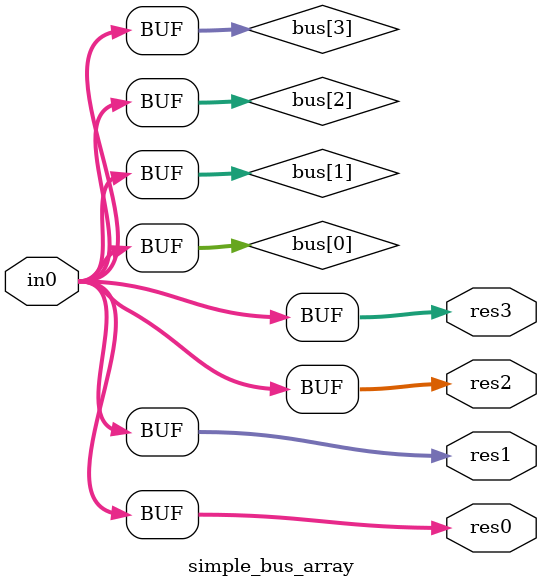
<source format=sv>
module simple_bus_array(input[3:0] in0,
                        output [3:0] res0,
                        output [3:0] res1,
                        output [3:0] res2,
                        output [3:0] res3);

   localparam ARRWIDTH = 4;
   
   logic [3:0]                       bus [ARRWIDTH - 1:0];


   always @(*) begin   
      bus[0] <= in0;
      
      bus[1] <= in0;
      
      bus[2] <= in0;
      
      bus[3] <= in0;
      
   end

   assign res0 = bus[0];
   assign res1 = bus[1];
   assign res2 = bus[2];
   assign res3 = bus[3];
   
endmodule

</source>
